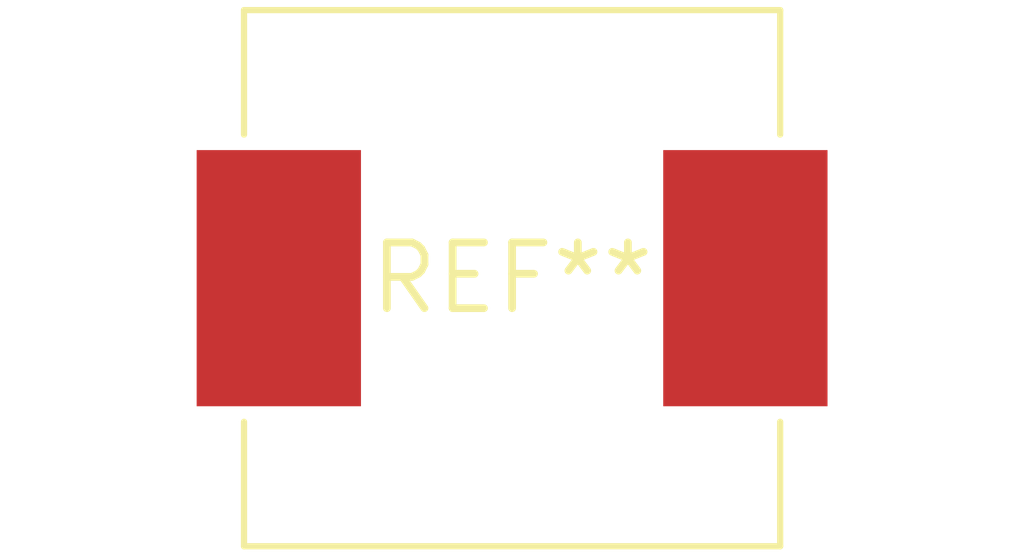
<source format=kicad_pcb>
(kicad_pcb (version 20240108) (generator pcbnew)
  (layers (0 "F.Cu" signal) (31 "B.Cu" signal) (34 "B.Paste" user) (35 "F.Paste" user) (36 "B.SilkS" user "B.Silkscreen") (37 "F.SilkS" user "F.Silkscreen") (38 "B.Mask" user) (39 "F.Mask" user) (44 "Edge.Cuts" user))
  (net 0 "")
  (footprint "L_Vishay_IHLP-4040" (layer "F.Cu") (at 0 0)
    (property "Reference" "REF**")
    (property "Value" "L_Vishay_IHLP-4040")
    (fp_line (start -5.18 -5.18) (end 5.18 -5.18) (layer "F.SilkS") (stroke (width 0.12)))
    (fp_line (start -5.18 -2.775) (end -5.18 -5.18) (layer "F.SilkS") (stroke (width 0.12)))
    (fp_line (start -5.18 2.775) (end -5.18 5.18) (layer "F.SilkS") (stroke (width 0.12)))
    (fp_line (start -5.18 5.18) (end 5.18 5.18) (layer "F.SilkS") (stroke (width 0.12)))
    (fp_line (start 5.18 -5.18) (end 5.18 -2.775) (layer "F.SilkS") (stroke (width 0.12)))
    (fp_line (start 5.18 5.18) (end 5.18 2.775) (layer "F.SilkS") (stroke (width 0.12)))
    (pad "1" smd rect (at -4.5075 0) (size 3.175 4.95) (layers "F.Cu" "F.Paste" "F.Mask"))
    (pad "2" smd rect (at 4.5075 0) (size 3.175 4.95) (layers "F.Cu" "F.Paste" "F.Mask"))
  )
)
</source>
